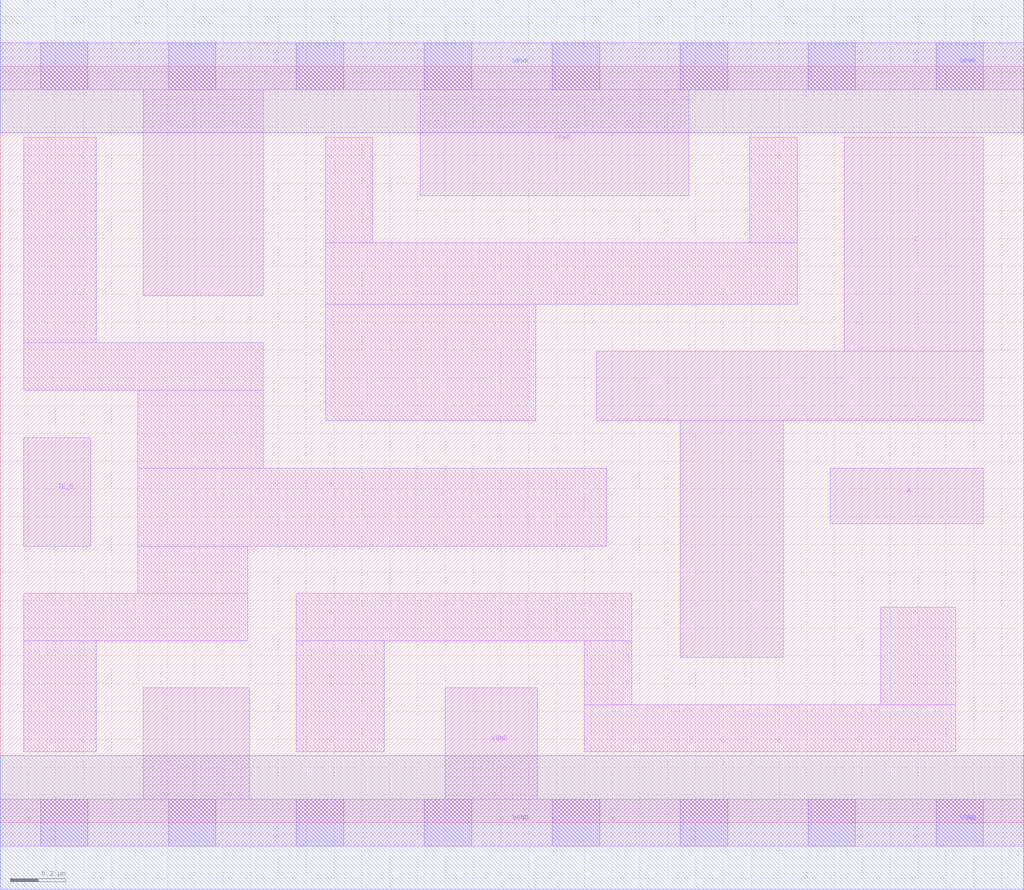
<source format=lef>
# Copyright 2020 The SkyWater PDK Authors
#
# Licensed under the Apache License, Version 2.0 (the "License");
# you may not use this file except in compliance with the License.
# You may obtain a copy of the License at
#
#     https://www.apache.org/licenses/LICENSE-2.0
#
# Unless required by applicable law or agreed to in writing, software
# distributed under the License is distributed on an "AS IS" BASIS,
# WITHOUT WARRANTIES OR CONDITIONS OF ANY KIND, either express or implied.
# See the License for the specific language governing permissions and
# limitations under the License.
#
# SPDX-License-Identifier: Apache-2.0

VERSION 5.7 ;
  NAMESCASESENSITIVE ON ;
  NOWIREEXTENSIONATPIN ON ;
  DIVIDERCHAR "/" ;
  BUSBITCHARS "[]" ;
UNITS
  DATABASE MICRONS 200 ;
END UNITS
PROPERTYDEFINITIONS
  MACRO maskLayoutSubType STRING ;
  MACRO prCellType STRING ;
  MACRO originalViewName STRING ;
END PROPERTYDEFINITIONS
MACRO sky130_fd_sc_hdll__einvn_2
  CLASS CORE ;
  FOREIGN sky130_fd_sc_hdll__einvn_2 ;
  ORIGIN  0.000000  0.000000 ;
  SIZE  3.680000 BY  2.720000 ;
  SYMMETRY X Y R90 ;
  SITE unithd ;
  PIN A
    ANTENNAGATEAREA  0.555000 ;
    DIRECTION INPUT ;
    USE SIGNAL ;
    PORT
      LAYER li1 ;
        RECT 2.985000 1.075000 3.535000 1.275000 ;
    END
  END A
  PIN TE_B
    ANTENNAGATEAREA  0.516600 ;
    DIRECTION INPUT ;
    USE SIGNAL ;
    PORT
      LAYER li1 ;
        RECT 0.085000 0.995000 0.325000 1.385000 ;
    END
  END TE_B
  PIN VGND
    ANTENNADIFFAREA  0.284700 ;
    DIRECTION INOUT ;
    USE SIGNAL ;
    PORT
      LAYER li1 ;
        RECT 0.000000 -0.085000 3.680000 0.085000 ;
        RECT 0.515000  0.085000 0.895000 0.485000 ;
        RECT 1.600000  0.085000 1.930000 0.485000 ;
      LAYER mcon ;
        RECT 0.145000 -0.085000 0.315000 0.085000 ;
        RECT 0.605000 -0.085000 0.775000 0.085000 ;
        RECT 1.065000 -0.085000 1.235000 0.085000 ;
        RECT 1.525000 -0.085000 1.695000 0.085000 ;
        RECT 1.985000 -0.085000 2.155000 0.085000 ;
        RECT 2.445000 -0.085000 2.615000 0.085000 ;
        RECT 2.905000 -0.085000 3.075000 0.085000 ;
        RECT 3.365000 -0.085000 3.535000 0.085000 ;
      LAYER met1 ;
        RECT 0.000000 -0.240000 3.680000 0.240000 ;
    END
  END VGND
  PIN VPWR
    ANTENNADIFFAREA  0.552600 ;
    DIRECTION INOUT ;
    USE SIGNAL ;
    PORT
      LAYER li1 ;
        RECT 0.000000 2.635000 3.680000 2.805000 ;
        RECT 0.515000 1.895000 0.945000 2.635000 ;
        RECT 1.510000 2.255000 2.475000 2.635000 ;
      LAYER mcon ;
        RECT 0.145000 2.635000 0.315000 2.805000 ;
        RECT 0.605000 2.635000 0.775000 2.805000 ;
        RECT 1.065000 2.635000 1.235000 2.805000 ;
        RECT 1.525000 2.635000 1.695000 2.805000 ;
        RECT 1.985000 2.635000 2.155000 2.805000 ;
        RECT 2.445000 2.635000 2.615000 2.805000 ;
        RECT 2.905000 2.635000 3.075000 2.805000 ;
        RECT 3.365000 2.635000 3.535000 2.805000 ;
      LAYER met1 ;
        RECT 0.000000 2.480000 3.680000 2.960000 ;
    END
  END VPWR
  PIN Z
    ANTENNADIFFAREA  0.768000 ;
    DIRECTION OUTPUT ;
    USE SIGNAL ;
    PORT
      LAYER li1 ;
        RECT 2.145000 1.445000 3.535000 1.695000 ;
        RECT 2.445000 0.595000 2.815000 1.445000 ;
        RECT 3.035000 1.695000 3.535000 2.465000 ;
    END
  END Z
  OBS
    LAYER li1 ;
      RECT 0.085000 0.255000 0.345000 0.655000 ;
      RECT 0.085000 0.655000 0.890000 0.825000 ;
      RECT 0.085000 1.555000 0.945000 1.725000 ;
      RECT 0.085000 1.725000 0.345000 2.465000 ;
      RECT 0.495000 0.825000 0.890000 0.995000 ;
      RECT 0.495000 0.995000 2.180000 1.275000 ;
      RECT 0.495000 1.275000 0.945000 1.555000 ;
      RECT 1.065000 0.255000 1.380000 0.655000 ;
      RECT 1.065000 0.655000 2.270000 0.825000 ;
      RECT 1.170000 1.445000 1.925000 1.865000 ;
      RECT 1.170000 1.865000 2.865000 2.085000 ;
      RECT 1.170000 2.085000 1.340000 2.465000 ;
      RECT 2.100000 0.255000 3.435000 0.425000 ;
      RECT 2.100000 0.425000 2.270000 0.655000 ;
      RECT 2.695000 2.085000 2.865000 2.465000 ;
      RECT 3.165000 0.425000 3.435000 0.775000 ;
  END
  PROPERTY maskLayoutSubType "abstract" ;
  PROPERTY prCellType "standard" ;
  PROPERTY originalViewName "layout" ;
END sky130_fd_sc_hdll__einvn_2

</source>
